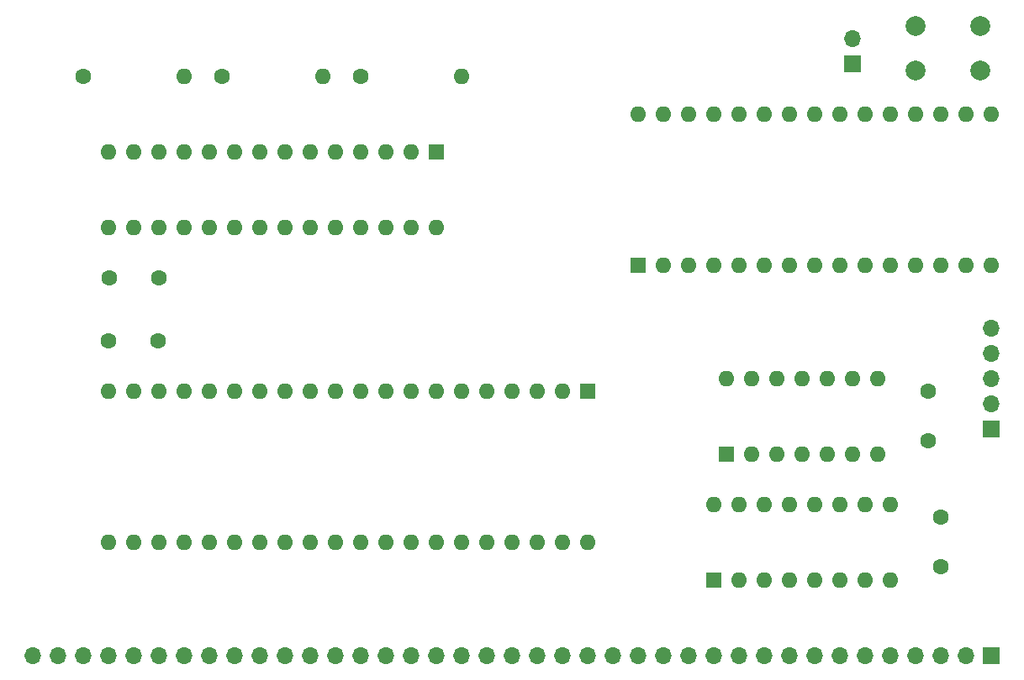
<source format=gts>
G04 #@! TF.FileFunction,Soldermask,Top*
%FSLAX46Y46*%
G04 Gerber Fmt 4.6, Leading zero omitted, Abs format (unit mm)*
G04 Created by KiCad (PCBNEW 4.0.6) date 05/15/17 22:09:24*
%MOMM*%
%LPD*%
G01*
G04 APERTURE LIST*
%ADD10C,0.100000*%
%ADD11C,1.600000*%
%ADD12R,1.700000X1.700000*%
%ADD13O,1.700000X1.700000*%
%ADD14R,1.600000X1.600000*%
%ADD15O,1.600000X1.600000*%
%ADD16C,2.000000*%
G04 APERTURE END LIST*
D10*
D11*
X190500000Y-106680000D03*
X190500000Y-111680000D03*
X107950000Y-101600000D03*
X112950000Y-101600000D03*
X191770000Y-119380000D03*
X191770000Y-124380000D03*
X113030000Y-95250000D03*
X108030000Y-95250000D03*
D12*
X196850000Y-133350000D03*
D13*
X194310000Y-133350000D03*
X191770000Y-133350000D03*
X189230000Y-133350000D03*
X186690000Y-133350000D03*
X184150000Y-133350000D03*
X181610000Y-133350000D03*
X179070000Y-133350000D03*
X176530000Y-133350000D03*
X173990000Y-133350000D03*
X171450000Y-133350000D03*
X168910000Y-133350000D03*
X166370000Y-133350000D03*
X163830000Y-133350000D03*
X161290000Y-133350000D03*
X158750000Y-133350000D03*
X156210000Y-133350000D03*
X153670000Y-133350000D03*
X151130000Y-133350000D03*
X148590000Y-133350000D03*
X146050000Y-133350000D03*
X143510000Y-133350000D03*
X140970000Y-133350000D03*
X138430000Y-133350000D03*
X135890000Y-133350000D03*
X133350000Y-133350000D03*
X130810000Y-133350000D03*
X128270000Y-133350000D03*
X125730000Y-133350000D03*
X123190000Y-133350000D03*
X120650000Y-133350000D03*
X118110000Y-133350000D03*
X115570000Y-133350000D03*
X113030000Y-133350000D03*
X110490000Y-133350000D03*
X107950000Y-133350000D03*
X105410000Y-133350000D03*
X102870000Y-133350000D03*
X100330000Y-133350000D03*
D14*
X161290000Y-93980000D03*
D15*
X194310000Y-78740000D03*
X163830000Y-93980000D03*
X191770000Y-78740000D03*
X166370000Y-93980000D03*
X189230000Y-78740000D03*
X168910000Y-93980000D03*
X186690000Y-78740000D03*
X171450000Y-93980000D03*
X184150000Y-78740000D03*
X173990000Y-93980000D03*
X181610000Y-78740000D03*
X176530000Y-93980000D03*
X179070000Y-78740000D03*
X179070000Y-93980000D03*
X176530000Y-78740000D03*
X181610000Y-93980000D03*
X173990000Y-78740000D03*
X184150000Y-93980000D03*
X171450000Y-78740000D03*
X186690000Y-93980000D03*
X168910000Y-78740000D03*
X189230000Y-93980000D03*
X166370000Y-78740000D03*
X191770000Y-93980000D03*
X163830000Y-78740000D03*
X194310000Y-93980000D03*
X161290000Y-78740000D03*
X196850000Y-93980000D03*
X196850000Y-78740000D03*
D12*
X196850000Y-110490000D03*
D13*
X196850000Y-107950000D03*
X196850000Y-105410000D03*
X196850000Y-102870000D03*
X196850000Y-100330000D03*
D12*
X182880000Y-73660000D03*
D13*
X182880000Y-71120000D03*
D11*
X133350000Y-74930000D03*
D15*
X143510000Y-74930000D03*
D11*
X119380000Y-74930000D03*
D15*
X129540000Y-74930000D03*
D11*
X105410000Y-74930000D03*
D15*
X115570000Y-74930000D03*
D16*
X189230000Y-74350000D03*
X189230000Y-69850000D03*
X195730000Y-74350000D03*
X195730000Y-69850000D03*
D14*
X170180000Y-113030000D03*
D15*
X185420000Y-105410000D03*
X172720000Y-113030000D03*
X182880000Y-105410000D03*
X175260000Y-113030000D03*
X180340000Y-105410000D03*
X177800000Y-113030000D03*
X177800000Y-105410000D03*
X180340000Y-113030000D03*
X175260000Y-105410000D03*
X182880000Y-113030000D03*
X172720000Y-105410000D03*
X185420000Y-113030000D03*
X170180000Y-105410000D03*
D14*
X156210000Y-106680000D03*
D15*
X107950000Y-121920000D03*
X153670000Y-106680000D03*
X110490000Y-121920000D03*
X151130000Y-106680000D03*
X113030000Y-121920000D03*
X148590000Y-106680000D03*
X115570000Y-121920000D03*
X146050000Y-106680000D03*
X118110000Y-121920000D03*
X143510000Y-106680000D03*
X120650000Y-121920000D03*
X140970000Y-106680000D03*
X123190000Y-121920000D03*
X138430000Y-106680000D03*
X125730000Y-121920000D03*
X135890000Y-106680000D03*
X128270000Y-121920000D03*
X133350000Y-106680000D03*
X130810000Y-121920000D03*
X130810000Y-106680000D03*
X133350000Y-121920000D03*
X128270000Y-106680000D03*
X135890000Y-121920000D03*
X125730000Y-106680000D03*
X138430000Y-121920000D03*
X123190000Y-106680000D03*
X140970000Y-121920000D03*
X120650000Y-106680000D03*
X143510000Y-121920000D03*
X118110000Y-106680000D03*
X146050000Y-121920000D03*
X115570000Y-106680000D03*
X148590000Y-121920000D03*
X113030000Y-106680000D03*
X151130000Y-121920000D03*
X110490000Y-106680000D03*
X153670000Y-121920000D03*
X107950000Y-106680000D03*
X156210000Y-121920000D03*
D14*
X168910000Y-125730000D03*
D15*
X186690000Y-118110000D03*
X171450000Y-125730000D03*
X184150000Y-118110000D03*
X173990000Y-125730000D03*
X181610000Y-118110000D03*
X176530000Y-125730000D03*
X179070000Y-118110000D03*
X179070000Y-125730000D03*
X176530000Y-118110000D03*
X181610000Y-125730000D03*
X173990000Y-118110000D03*
X184150000Y-125730000D03*
X171450000Y-118110000D03*
X186690000Y-125730000D03*
X168910000Y-118110000D03*
D14*
X140970000Y-82550000D03*
D15*
X107950000Y-90170000D03*
X138430000Y-82550000D03*
X110490000Y-90170000D03*
X135890000Y-82550000D03*
X113030000Y-90170000D03*
X133350000Y-82550000D03*
X115570000Y-90170000D03*
X130810000Y-82550000D03*
X118110000Y-90170000D03*
X128270000Y-82550000D03*
X120650000Y-90170000D03*
X125730000Y-82550000D03*
X123190000Y-90170000D03*
X123190000Y-82550000D03*
X125730000Y-90170000D03*
X120650000Y-82550000D03*
X128270000Y-90170000D03*
X118110000Y-82550000D03*
X130810000Y-90170000D03*
X115570000Y-82550000D03*
X133350000Y-90170000D03*
X113030000Y-82550000D03*
X135890000Y-90170000D03*
X110490000Y-82550000D03*
X138430000Y-90170000D03*
X107950000Y-82550000D03*
X140970000Y-90170000D03*
M02*

</source>
